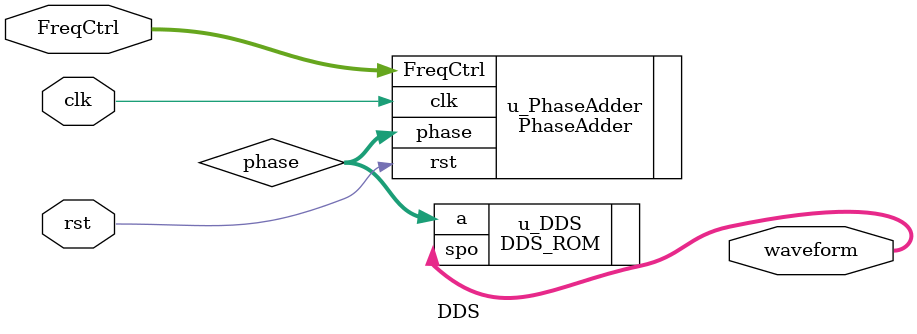
<source format=v>
`timescale 1ns / 1ps


module DDS(
    input clk,
    input rst,
    input [10:0]FreqCtrl,
    output [11:0]waveform
    );
    
    wire [11:0]phase;
    PhaseAdder u_PhaseAdder(
           .clk (clk),
            .rst(rst),
            .FreqCtrl(FreqCtrl),
            .phase(phase)
        );
        DDS_ROM u_DDS
        (
            .a (phase[11:0]),
            .spo (waveform)
        );
endmodule

</source>
